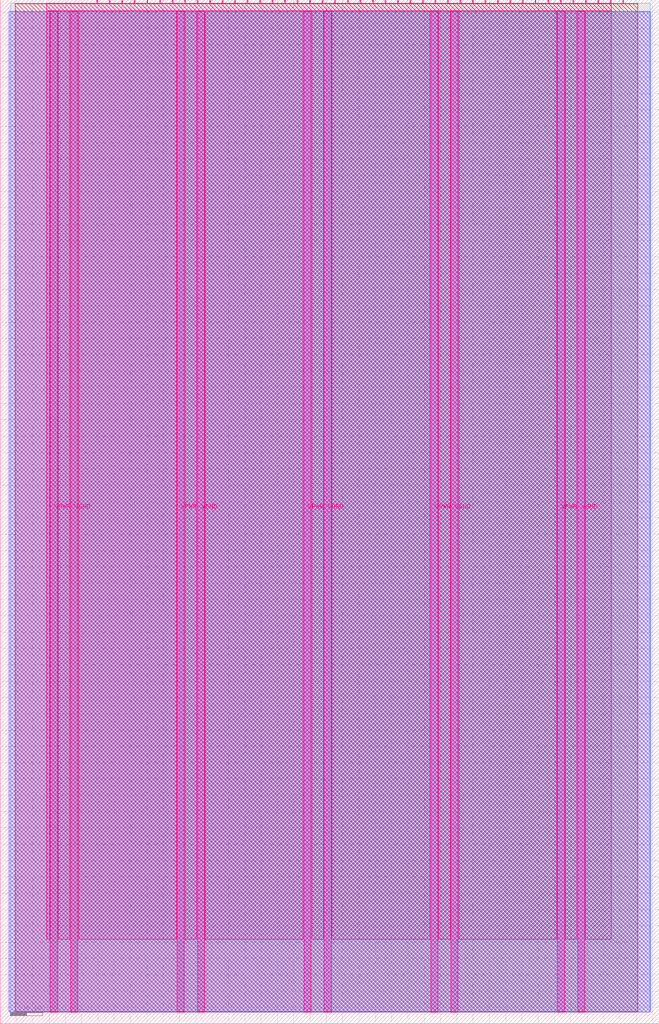
<source format=lef>
VERSION 5.7 ;
  NOWIREEXTENSIONATPIN ON ;
  DIVIDERCHAR "/" ;
  BUSBITCHARS "[]" ;
MACRO tt_um_htfab_caterpillar
  CLASS BLOCK ;
  FOREIGN tt_um_htfab_caterpillar ;
  ORIGIN 0.000 0.000 ;
  SIZE 202.080 BY 313.740 ;
  PIN VGND
    DIRECTION INOUT ;
    USE GROUND ;
    PORT
      LAYER Metal5 ;
        RECT 21.580 3.560 23.780 310.180 ;
    END
    PORT
      LAYER Metal5 ;
        RECT 60.450 3.560 62.650 310.180 ;
    END
    PORT
      LAYER Metal5 ;
        RECT 99.320 3.560 101.520 310.180 ;
    END
    PORT
      LAYER Metal5 ;
        RECT 138.190 3.560 140.390 310.180 ;
    END
    PORT
      LAYER Metal5 ;
        RECT 177.060 3.560 179.260 310.180 ;
    END
  END VGND
  PIN VPWR
    DIRECTION INOUT ;
    USE POWER ;
    PORT
      LAYER Metal5 ;
        RECT 15.380 3.560 17.580 310.180 ;
    END
    PORT
      LAYER Metal5 ;
        RECT 54.250 3.560 56.450 310.180 ;
    END
    PORT
      LAYER Metal5 ;
        RECT 93.120 3.560 95.320 310.180 ;
    END
    PORT
      LAYER Metal5 ;
        RECT 131.990 3.560 134.190 310.180 ;
    END
    PORT
      LAYER Metal5 ;
        RECT 170.860 3.560 173.060 310.180 ;
    END
  END VPWR
  PIN clk
    DIRECTION INPUT ;
    USE SIGNAL ;
    ANTENNAGATEAREA 0.213200 ;
    PORT
      LAYER Metal5 ;
        RECT 187.050 312.740 187.350 313.740 ;
    END
  END clk
  PIN ena
    DIRECTION INPUT ;
    USE SIGNAL ;
    PORT
      LAYER Metal5 ;
        RECT 190.890 312.740 191.190 313.740 ;
    END
  END ena
  PIN rst_n
    DIRECTION INPUT ;
    USE SIGNAL ;
    ANTENNAGATEAREA 0.741000 ;
    PORT
      LAYER Metal5 ;
        RECT 183.210 312.740 183.510 313.740 ;
    END
  END rst_n
  PIN ui_in[0]
    DIRECTION INPUT ;
    USE SIGNAL ;
    ANTENNAGATEAREA 0.180700 ;
    PORT
      LAYER Metal5 ;
        RECT 179.370 312.740 179.670 313.740 ;
    END
  END ui_in[0]
  PIN ui_in[1]
    DIRECTION INPUT ;
    USE SIGNAL ;
    ANTENNAGATEAREA 0.180700 ;
    PORT
      LAYER Metal5 ;
        RECT 175.530 312.740 175.830 313.740 ;
    END
  END ui_in[1]
  PIN ui_in[2]
    DIRECTION INPUT ;
    USE SIGNAL ;
    ANTENNAGATEAREA 0.180700 ;
    PORT
      LAYER Metal5 ;
        RECT 171.690 312.740 171.990 313.740 ;
    END
  END ui_in[2]
  PIN ui_in[3]
    DIRECTION INPUT ;
    USE SIGNAL ;
    ANTENNAGATEAREA 0.180700 ;
    PORT
      LAYER Metal5 ;
        RECT 167.850 312.740 168.150 313.740 ;
    END
  END ui_in[3]
  PIN ui_in[4]
    DIRECTION INPUT ;
    USE SIGNAL ;
    ANTENNAGATEAREA 0.213200 ;
    PORT
      LAYER Metal5 ;
        RECT 164.010 312.740 164.310 313.740 ;
    END
  END ui_in[4]
  PIN ui_in[5]
    DIRECTION INPUT ;
    USE SIGNAL ;
    PORT
      LAYER Metal5 ;
        RECT 160.170 312.740 160.470 313.740 ;
    END
  END ui_in[5]
  PIN ui_in[6]
    DIRECTION INPUT ;
    USE SIGNAL ;
    PORT
      LAYER Metal5 ;
        RECT 156.330 312.740 156.630 313.740 ;
    END
  END ui_in[6]
  PIN ui_in[7]
    DIRECTION INPUT ;
    USE SIGNAL ;
    PORT
      LAYER Metal5 ;
        RECT 152.490 312.740 152.790 313.740 ;
    END
  END ui_in[7]
  PIN uio_in[0]
    DIRECTION INPUT ;
    USE SIGNAL ;
    PORT
      LAYER Metal5 ;
        RECT 148.650 312.740 148.950 313.740 ;
    END
  END uio_in[0]
  PIN uio_in[1]
    DIRECTION INPUT ;
    USE SIGNAL ;
    PORT
      LAYER Metal5 ;
        RECT 144.810 312.740 145.110 313.740 ;
    END
  END uio_in[1]
  PIN uio_in[2]
    DIRECTION INPUT ;
    USE SIGNAL ;
    PORT
      LAYER Metal5 ;
        RECT 140.970 312.740 141.270 313.740 ;
    END
  END uio_in[2]
  PIN uio_in[3]
    DIRECTION INPUT ;
    USE SIGNAL ;
    PORT
      LAYER Metal5 ;
        RECT 137.130 312.740 137.430 313.740 ;
    END
  END uio_in[3]
  PIN uio_in[4]
    DIRECTION INPUT ;
    USE SIGNAL ;
    PORT
      LAYER Metal5 ;
        RECT 133.290 312.740 133.590 313.740 ;
    END
  END uio_in[4]
  PIN uio_in[5]
    DIRECTION INPUT ;
    USE SIGNAL ;
    PORT
      LAYER Metal5 ;
        RECT 129.450 312.740 129.750 313.740 ;
    END
  END uio_in[5]
  PIN uio_in[6]
    DIRECTION INPUT ;
    USE SIGNAL ;
    PORT
      LAYER Metal5 ;
        RECT 125.610 312.740 125.910 313.740 ;
    END
  END uio_in[6]
  PIN uio_in[7]
    DIRECTION INPUT ;
    USE SIGNAL ;
    PORT
      LAYER Metal5 ;
        RECT 121.770 312.740 122.070 313.740 ;
    END
  END uio_in[7]
  PIN uio_oe[0]
    DIRECTION OUTPUT ;
    USE SIGNAL ;
    ANTENNADIFFAREA 0.392700 ;
    PORT
      LAYER Metal5 ;
        RECT 56.490 312.740 56.790 313.740 ;
    END
  END uio_oe[0]
  PIN uio_oe[1]
    DIRECTION OUTPUT ;
    USE SIGNAL ;
    ANTENNADIFFAREA 0.392700 ;
    PORT
      LAYER Metal5 ;
        RECT 52.650 312.740 52.950 313.740 ;
    END
  END uio_oe[1]
  PIN uio_oe[2]
    DIRECTION OUTPUT ;
    USE SIGNAL ;
    ANTENNADIFFAREA 0.392700 ;
    PORT
      LAYER Metal5 ;
        RECT 48.810 312.740 49.110 313.740 ;
    END
  END uio_oe[2]
  PIN uio_oe[3]
    DIRECTION OUTPUT ;
    USE SIGNAL ;
    ANTENNADIFFAREA 0.392700 ;
    PORT
      LAYER Metal5 ;
        RECT 44.970 312.740 45.270 313.740 ;
    END
  END uio_oe[3]
  PIN uio_oe[4]
    DIRECTION OUTPUT ;
    USE SIGNAL ;
    ANTENNADIFFAREA 0.392700 ;
    PORT
      LAYER Metal5 ;
        RECT 41.130 312.740 41.430 313.740 ;
    END
  END uio_oe[4]
  PIN uio_oe[5]
    DIRECTION OUTPUT ;
    USE SIGNAL ;
    ANTENNADIFFAREA 0.392700 ;
    PORT
      LAYER Metal5 ;
        RECT 37.290 312.740 37.590 313.740 ;
    END
  END uio_oe[5]
  PIN uio_oe[6]
    DIRECTION OUTPUT ;
    USE SIGNAL ;
    ANTENNADIFFAREA 0.392700 ;
    PORT
      LAYER Metal5 ;
        RECT 33.450 312.740 33.750 313.740 ;
    END
  END uio_oe[6]
  PIN uio_oe[7]
    DIRECTION OUTPUT ;
    USE SIGNAL ;
    ANTENNADIFFAREA 0.392700 ;
    PORT
      LAYER Metal5 ;
        RECT 29.610 312.740 29.910 313.740 ;
    END
  END uio_oe[7]
  PIN uio_out[0]
    DIRECTION OUTPUT ;
    USE SIGNAL ;
    ANTENNADIFFAREA 0.706400 ;
    PORT
      LAYER Metal5 ;
        RECT 87.210 312.740 87.510 313.740 ;
    END
  END uio_out[0]
  PIN uio_out[1]
    DIRECTION OUTPUT ;
    USE SIGNAL ;
    ANTENNADIFFAREA 0.706400 ;
    PORT
      LAYER Metal5 ;
        RECT 83.370 312.740 83.670 313.740 ;
    END
  END uio_out[1]
  PIN uio_out[2]
    DIRECTION OUTPUT ;
    USE SIGNAL ;
    ANTENNADIFFAREA 0.706400 ;
    PORT
      LAYER Metal5 ;
        RECT 79.530 312.740 79.830 313.740 ;
    END
  END uio_out[2]
  PIN uio_out[3]
    DIRECTION OUTPUT ;
    USE SIGNAL ;
    ANTENNADIFFAREA 0.706400 ;
    PORT
      LAYER Metal5 ;
        RECT 75.690 312.740 75.990 313.740 ;
    END
  END uio_out[3]
  PIN uio_out[4]
    DIRECTION OUTPUT ;
    USE SIGNAL ;
    ANTENNADIFFAREA 0.706400 ;
    PORT
      LAYER Metal5 ;
        RECT 71.850 312.740 72.150 313.740 ;
    END
  END uio_out[4]
  PIN uio_out[5]
    DIRECTION OUTPUT ;
    USE SIGNAL ;
    ANTENNADIFFAREA 0.706400 ;
    PORT
      LAYER Metal5 ;
        RECT 68.010 312.740 68.310 313.740 ;
    END
  END uio_out[5]
  PIN uio_out[6]
    DIRECTION OUTPUT ;
    USE SIGNAL ;
    ANTENNADIFFAREA 0.706400 ;
    PORT
      LAYER Metal5 ;
        RECT 64.170 312.740 64.470 313.740 ;
    END
  END uio_out[6]
  PIN uio_out[7]
    DIRECTION OUTPUT ;
    USE SIGNAL ;
    ANTENNADIFFAREA 0.299200 ;
    PORT
      LAYER Metal5 ;
        RECT 60.330 312.740 60.630 313.740 ;
    END
  END uio_out[7]
  PIN uo_out[0]
    DIRECTION OUTPUT ;
    USE SIGNAL ;
    ANTENNAGATEAREA 0.322400 ;
    ANTENNADIFFAREA 0.632400 ;
    PORT
      LAYER Metal5 ;
        RECT 117.930 312.740 118.230 313.740 ;
    END
  END uo_out[0]
  PIN uo_out[1]
    DIRECTION OUTPUT ;
    USE SIGNAL ;
    ANTENNAGATEAREA 0.351000 ;
    ANTENNADIFFAREA 0.632400 ;
    PORT
      LAYER Metal5 ;
        RECT 114.090 312.740 114.390 313.740 ;
    END
  END uo_out[1]
  PIN uo_out[2]
    DIRECTION OUTPUT ;
    USE SIGNAL ;
    ANTENNAGATEAREA 0.351000 ;
    ANTENNADIFFAREA 0.632400 ;
    PORT
      LAYER Metal5 ;
        RECT 110.250 312.740 110.550 313.740 ;
    END
  END uo_out[2]
  PIN uo_out[3]
    DIRECTION OUTPUT ;
    USE SIGNAL ;
    ANTENNAGATEAREA 0.351000 ;
    ANTENNADIFFAREA 0.632400 ;
    PORT
      LAYER Metal5 ;
        RECT 106.410 312.740 106.710 313.740 ;
    END
  END uo_out[3]
  PIN uo_out[4]
    DIRECTION OUTPUT ;
    USE SIGNAL ;
    ANTENNADIFFAREA 0.654800 ;
    PORT
      LAYER Metal5 ;
        RECT 102.570 312.740 102.870 313.740 ;
    END
  END uo_out[4]
  PIN uo_out[5]
    DIRECTION OUTPUT ;
    USE SIGNAL ;
    ANTENNADIFFAREA 0.706400 ;
    PORT
      LAYER Metal5 ;
        RECT 98.730 312.740 99.030 313.740 ;
    END
  END uo_out[5]
  PIN uo_out[6]
    DIRECTION OUTPUT ;
    USE SIGNAL ;
    ANTENNADIFFAREA 0.706400 ;
    PORT
      LAYER Metal5 ;
        RECT 94.890 312.740 95.190 313.740 ;
    END
  END uo_out[6]
  PIN uo_out[7]
    DIRECTION OUTPUT ;
    USE SIGNAL ;
    ANTENNADIFFAREA 0.299200 ;
    PORT
      LAYER Metal5 ;
        RECT 91.050 312.740 91.350 313.740 ;
    END
  END uo_out[7]
  OBS
      LAYER GatPoly ;
        RECT 2.880 3.630 199.200 310.110 ;
      LAYER Metal1 ;
        RECT 2.880 3.560 199.200 310.180 ;
      LAYER Metal2 ;
        RECT 2.605 3.680 199.475 310.060 ;
      LAYER Metal3 ;
        RECT 3.260 3.635 199.300 312.625 ;
      LAYER Metal4 ;
        RECT 4.655 3.680 195.505 312.580 ;
      LAYER Metal5 ;
        RECT 14.300 312.530 29.400 312.740 ;
        RECT 30.120 312.530 33.240 312.740 ;
        RECT 33.960 312.530 37.080 312.740 ;
        RECT 37.800 312.530 40.920 312.740 ;
        RECT 41.640 312.530 44.760 312.740 ;
        RECT 45.480 312.530 48.600 312.740 ;
        RECT 49.320 312.530 52.440 312.740 ;
        RECT 53.160 312.530 56.280 312.740 ;
        RECT 57.000 312.530 60.120 312.740 ;
        RECT 60.840 312.530 63.960 312.740 ;
        RECT 64.680 312.530 67.800 312.740 ;
        RECT 68.520 312.530 71.640 312.740 ;
        RECT 72.360 312.530 75.480 312.740 ;
        RECT 76.200 312.530 79.320 312.740 ;
        RECT 80.040 312.530 83.160 312.740 ;
        RECT 83.880 312.530 87.000 312.740 ;
        RECT 87.720 312.530 90.840 312.740 ;
        RECT 91.560 312.530 94.680 312.740 ;
        RECT 95.400 312.530 98.520 312.740 ;
        RECT 99.240 312.530 102.360 312.740 ;
        RECT 103.080 312.530 106.200 312.740 ;
        RECT 106.920 312.530 110.040 312.740 ;
        RECT 110.760 312.530 113.880 312.740 ;
        RECT 114.600 312.530 117.720 312.740 ;
        RECT 118.440 312.530 121.560 312.740 ;
        RECT 122.280 312.530 125.400 312.740 ;
        RECT 126.120 312.530 129.240 312.740 ;
        RECT 129.960 312.530 133.080 312.740 ;
        RECT 133.800 312.530 136.920 312.740 ;
        RECT 137.640 312.530 140.760 312.740 ;
        RECT 141.480 312.530 144.600 312.740 ;
        RECT 145.320 312.530 148.440 312.740 ;
        RECT 149.160 312.530 152.280 312.740 ;
        RECT 153.000 312.530 156.120 312.740 ;
        RECT 156.840 312.530 159.960 312.740 ;
        RECT 160.680 312.530 163.800 312.740 ;
        RECT 164.520 312.530 167.640 312.740 ;
        RECT 168.360 312.530 171.480 312.740 ;
        RECT 172.200 312.530 175.320 312.740 ;
        RECT 176.040 312.530 179.160 312.740 ;
        RECT 179.880 312.530 183.000 312.740 ;
        RECT 183.720 312.530 186.840 312.740 ;
        RECT 14.300 310.390 187.300 312.530 ;
        RECT 14.300 25.895 15.170 310.390 ;
        RECT 17.790 25.895 21.370 310.390 ;
        RECT 23.990 25.895 54.040 310.390 ;
        RECT 56.660 25.895 60.240 310.390 ;
        RECT 62.860 25.895 92.910 310.390 ;
        RECT 95.530 25.895 99.110 310.390 ;
        RECT 101.730 25.895 131.780 310.390 ;
        RECT 134.400 25.895 137.980 310.390 ;
        RECT 140.600 25.895 170.650 310.390 ;
        RECT 173.270 25.895 176.850 310.390 ;
        RECT 179.470 25.895 187.300 310.390 ;
  END
END tt_um_htfab_caterpillar
END LIBRARY


</source>
